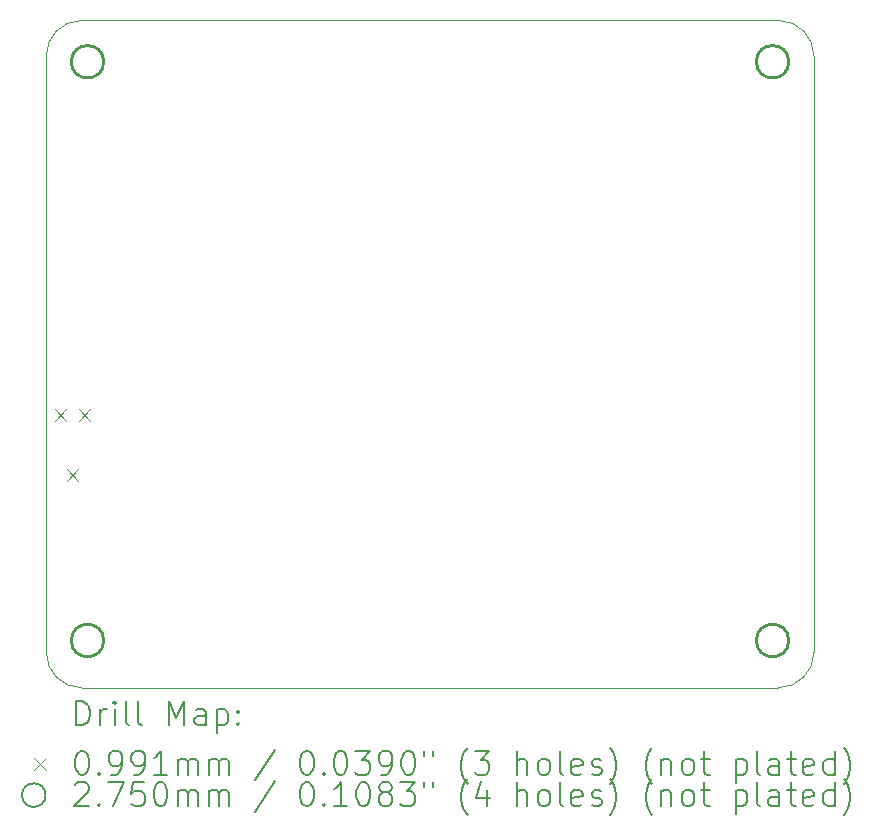
<source format=gbr>
%TF.GenerationSoftware,KiCad,Pcbnew,7.0.8*%
%TF.CreationDate,2023-10-22T00:53:55+03:00*%
%TF.ProjectId,ltp_kikad,6c74705f-6b69-46b6-9164-2e6b69636164,rev?*%
%TF.SameCoordinates,Original*%
%TF.FileFunction,Drillmap*%
%TF.FilePolarity,Positive*%
%FSLAX45Y45*%
G04 Gerber Fmt 4.5, Leading zero omitted, Abs format (unit mm)*
G04 Created by KiCad (PCBNEW 7.0.8) date 2023-10-22 00:53:55*
%MOMM*%
%LPD*%
G01*
G04 APERTURE LIST*
%ADD10C,0.100000*%
%ADD11C,0.200000*%
%ADD12C,0.099060*%
%ADD13C,0.275000*%
G04 APERTURE END LIST*
D10*
X18396680Y-7157220D02*
X18396680Y-5607220D01*
X18096680Y-10957220D02*
G75*
G03*
X18396680Y-10657220I0J300000D01*
G01*
X18396680Y-9057220D02*
X18396680Y-7157220D01*
X11896680Y-10657220D02*
G75*
G03*
X12196680Y-10957220I300000J0D01*
G01*
X18397020Y-10656360D02*
X18397020Y-9056360D01*
X18396680Y-5607220D02*
G75*
G03*
X18096680Y-5307220I-300000J0D01*
G01*
X12196680Y-5307220D02*
G75*
G03*
X11896680Y-5607220I0J-300000D01*
G01*
X18096680Y-5307220D02*
X12196680Y-5307220D01*
X18096680Y-10957220D02*
X12196680Y-10957220D01*
X11896680Y-10657220D02*
X11896680Y-5607220D01*
D11*
D12*
X11969170Y-8599470D02*
X12068230Y-8698530D01*
X12068230Y-8599470D02*
X11969170Y-8698530D01*
X12070770Y-9107470D02*
X12169830Y-9206530D01*
X12169830Y-9107470D02*
X12070770Y-9206530D01*
X12172370Y-8599470D02*
X12271430Y-8698530D01*
X12271430Y-8599470D02*
X12172370Y-8698530D01*
D13*
X12384180Y-5657220D02*
G75*
G03*
X12384180Y-5657220I-137500J0D01*
G01*
X12384180Y-10557220D02*
G75*
G03*
X12384180Y-10557220I-137500J0D01*
G01*
X18184180Y-5657220D02*
G75*
G03*
X18184180Y-5657220I-137500J0D01*
G01*
X18184180Y-10557220D02*
G75*
G03*
X18184180Y-10557220I-137500J0D01*
G01*
D11*
X12152457Y-11273704D02*
X12152457Y-11073704D01*
X12152457Y-11073704D02*
X12200076Y-11073704D01*
X12200076Y-11073704D02*
X12228647Y-11083228D01*
X12228647Y-11083228D02*
X12247695Y-11102275D01*
X12247695Y-11102275D02*
X12257219Y-11121323D01*
X12257219Y-11121323D02*
X12266742Y-11159418D01*
X12266742Y-11159418D02*
X12266742Y-11187989D01*
X12266742Y-11187989D02*
X12257219Y-11226085D01*
X12257219Y-11226085D02*
X12247695Y-11245132D01*
X12247695Y-11245132D02*
X12228647Y-11264180D01*
X12228647Y-11264180D02*
X12200076Y-11273704D01*
X12200076Y-11273704D02*
X12152457Y-11273704D01*
X12352457Y-11273704D02*
X12352457Y-11140370D01*
X12352457Y-11178466D02*
X12361981Y-11159418D01*
X12361981Y-11159418D02*
X12371504Y-11149894D01*
X12371504Y-11149894D02*
X12390552Y-11140370D01*
X12390552Y-11140370D02*
X12409600Y-11140370D01*
X12476266Y-11273704D02*
X12476266Y-11140370D01*
X12476266Y-11073704D02*
X12466742Y-11083228D01*
X12466742Y-11083228D02*
X12476266Y-11092751D01*
X12476266Y-11092751D02*
X12485790Y-11083228D01*
X12485790Y-11083228D02*
X12476266Y-11073704D01*
X12476266Y-11073704D02*
X12476266Y-11092751D01*
X12600076Y-11273704D02*
X12581028Y-11264180D01*
X12581028Y-11264180D02*
X12571504Y-11245132D01*
X12571504Y-11245132D02*
X12571504Y-11073704D01*
X12704838Y-11273704D02*
X12685790Y-11264180D01*
X12685790Y-11264180D02*
X12676266Y-11245132D01*
X12676266Y-11245132D02*
X12676266Y-11073704D01*
X12933409Y-11273704D02*
X12933409Y-11073704D01*
X12933409Y-11073704D02*
X13000076Y-11216561D01*
X13000076Y-11216561D02*
X13066742Y-11073704D01*
X13066742Y-11073704D02*
X13066742Y-11273704D01*
X13247695Y-11273704D02*
X13247695Y-11168942D01*
X13247695Y-11168942D02*
X13238171Y-11149894D01*
X13238171Y-11149894D02*
X13219123Y-11140370D01*
X13219123Y-11140370D02*
X13181028Y-11140370D01*
X13181028Y-11140370D02*
X13161981Y-11149894D01*
X13247695Y-11264180D02*
X13228647Y-11273704D01*
X13228647Y-11273704D02*
X13181028Y-11273704D01*
X13181028Y-11273704D02*
X13161981Y-11264180D01*
X13161981Y-11264180D02*
X13152457Y-11245132D01*
X13152457Y-11245132D02*
X13152457Y-11226085D01*
X13152457Y-11226085D02*
X13161981Y-11207037D01*
X13161981Y-11207037D02*
X13181028Y-11197513D01*
X13181028Y-11197513D02*
X13228647Y-11197513D01*
X13228647Y-11197513D02*
X13247695Y-11187989D01*
X13342933Y-11140370D02*
X13342933Y-11340370D01*
X13342933Y-11149894D02*
X13361981Y-11140370D01*
X13361981Y-11140370D02*
X13400076Y-11140370D01*
X13400076Y-11140370D02*
X13419123Y-11149894D01*
X13419123Y-11149894D02*
X13428647Y-11159418D01*
X13428647Y-11159418D02*
X13438171Y-11178466D01*
X13438171Y-11178466D02*
X13438171Y-11235608D01*
X13438171Y-11235608D02*
X13428647Y-11254656D01*
X13428647Y-11254656D02*
X13419123Y-11264180D01*
X13419123Y-11264180D02*
X13400076Y-11273704D01*
X13400076Y-11273704D02*
X13361981Y-11273704D01*
X13361981Y-11273704D02*
X13342933Y-11264180D01*
X13523885Y-11254656D02*
X13533409Y-11264180D01*
X13533409Y-11264180D02*
X13523885Y-11273704D01*
X13523885Y-11273704D02*
X13514362Y-11264180D01*
X13514362Y-11264180D02*
X13523885Y-11254656D01*
X13523885Y-11254656D02*
X13523885Y-11273704D01*
X13523885Y-11149894D02*
X13533409Y-11159418D01*
X13533409Y-11159418D02*
X13523885Y-11168942D01*
X13523885Y-11168942D02*
X13514362Y-11159418D01*
X13514362Y-11159418D02*
X13523885Y-11149894D01*
X13523885Y-11149894D02*
X13523885Y-11168942D01*
D12*
X11792620Y-11552690D02*
X11891680Y-11651750D01*
X11891680Y-11552690D02*
X11792620Y-11651750D01*
D11*
X12190552Y-11493704D02*
X12209600Y-11493704D01*
X12209600Y-11493704D02*
X12228647Y-11503228D01*
X12228647Y-11503228D02*
X12238171Y-11512751D01*
X12238171Y-11512751D02*
X12247695Y-11531799D01*
X12247695Y-11531799D02*
X12257219Y-11569894D01*
X12257219Y-11569894D02*
X12257219Y-11617513D01*
X12257219Y-11617513D02*
X12247695Y-11655608D01*
X12247695Y-11655608D02*
X12238171Y-11674656D01*
X12238171Y-11674656D02*
X12228647Y-11684180D01*
X12228647Y-11684180D02*
X12209600Y-11693704D01*
X12209600Y-11693704D02*
X12190552Y-11693704D01*
X12190552Y-11693704D02*
X12171504Y-11684180D01*
X12171504Y-11684180D02*
X12161981Y-11674656D01*
X12161981Y-11674656D02*
X12152457Y-11655608D01*
X12152457Y-11655608D02*
X12142933Y-11617513D01*
X12142933Y-11617513D02*
X12142933Y-11569894D01*
X12142933Y-11569894D02*
X12152457Y-11531799D01*
X12152457Y-11531799D02*
X12161981Y-11512751D01*
X12161981Y-11512751D02*
X12171504Y-11503228D01*
X12171504Y-11503228D02*
X12190552Y-11493704D01*
X12342933Y-11674656D02*
X12352457Y-11684180D01*
X12352457Y-11684180D02*
X12342933Y-11693704D01*
X12342933Y-11693704D02*
X12333409Y-11684180D01*
X12333409Y-11684180D02*
X12342933Y-11674656D01*
X12342933Y-11674656D02*
X12342933Y-11693704D01*
X12447695Y-11693704D02*
X12485790Y-11693704D01*
X12485790Y-11693704D02*
X12504838Y-11684180D01*
X12504838Y-11684180D02*
X12514362Y-11674656D01*
X12514362Y-11674656D02*
X12533409Y-11646085D01*
X12533409Y-11646085D02*
X12542933Y-11607989D01*
X12542933Y-11607989D02*
X12542933Y-11531799D01*
X12542933Y-11531799D02*
X12533409Y-11512751D01*
X12533409Y-11512751D02*
X12523885Y-11503228D01*
X12523885Y-11503228D02*
X12504838Y-11493704D01*
X12504838Y-11493704D02*
X12466742Y-11493704D01*
X12466742Y-11493704D02*
X12447695Y-11503228D01*
X12447695Y-11503228D02*
X12438171Y-11512751D01*
X12438171Y-11512751D02*
X12428647Y-11531799D01*
X12428647Y-11531799D02*
X12428647Y-11579418D01*
X12428647Y-11579418D02*
X12438171Y-11598466D01*
X12438171Y-11598466D02*
X12447695Y-11607989D01*
X12447695Y-11607989D02*
X12466742Y-11617513D01*
X12466742Y-11617513D02*
X12504838Y-11617513D01*
X12504838Y-11617513D02*
X12523885Y-11607989D01*
X12523885Y-11607989D02*
X12533409Y-11598466D01*
X12533409Y-11598466D02*
X12542933Y-11579418D01*
X12638171Y-11693704D02*
X12676266Y-11693704D01*
X12676266Y-11693704D02*
X12695314Y-11684180D01*
X12695314Y-11684180D02*
X12704838Y-11674656D01*
X12704838Y-11674656D02*
X12723885Y-11646085D01*
X12723885Y-11646085D02*
X12733409Y-11607989D01*
X12733409Y-11607989D02*
X12733409Y-11531799D01*
X12733409Y-11531799D02*
X12723885Y-11512751D01*
X12723885Y-11512751D02*
X12714362Y-11503228D01*
X12714362Y-11503228D02*
X12695314Y-11493704D01*
X12695314Y-11493704D02*
X12657219Y-11493704D01*
X12657219Y-11493704D02*
X12638171Y-11503228D01*
X12638171Y-11503228D02*
X12628647Y-11512751D01*
X12628647Y-11512751D02*
X12619123Y-11531799D01*
X12619123Y-11531799D02*
X12619123Y-11579418D01*
X12619123Y-11579418D02*
X12628647Y-11598466D01*
X12628647Y-11598466D02*
X12638171Y-11607989D01*
X12638171Y-11607989D02*
X12657219Y-11617513D01*
X12657219Y-11617513D02*
X12695314Y-11617513D01*
X12695314Y-11617513D02*
X12714362Y-11607989D01*
X12714362Y-11607989D02*
X12723885Y-11598466D01*
X12723885Y-11598466D02*
X12733409Y-11579418D01*
X12923885Y-11693704D02*
X12809600Y-11693704D01*
X12866742Y-11693704D02*
X12866742Y-11493704D01*
X12866742Y-11493704D02*
X12847695Y-11522275D01*
X12847695Y-11522275D02*
X12828647Y-11541323D01*
X12828647Y-11541323D02*
X12809600Y-11550847D01*
X13009600Y-11693704D02*
X13009600Y-11560370D01*
X13009600Y-11579418D02*
X13019123Y-11569894D01*
X13019123Y-11569894D02*
X13038171Y-11560370D01*
X13038171Y-11560370D02*
X13066743Y-11560370D01*
X13066743Y-11560370D02*
X13085790Y-11569894D01*
X13085790Y-11569894D02*
X13095314Y-11588942D01*
X13095314Y-11588942D02*
X13095314Y-11693704D01*
X13095314Y-11588942D02*
X13104838Y-11569894D01*
X13104838Y-11569894D02*
X13123885Y-11560370D01*
X13123885Y-11560370D02*
X13152457Y-11560370D01*
X13152457Y-11560370D02*
X13171504Y-11569894D01*
X13171504Y-11569894D02*
X13181028Y-11588942D01*
X13181028Y-11588942D02*
X13181028Y-11693704D01*
X13276266Y-11693704D02*
X13276266Y-11560370D01*
X13276266Y-11579418D02*
X13285790Y-11569894D01*
X13285790Y-11569894D02*
X13304838Y-11560370D01*
X13304838Y-11560370D02*
X13333409Y-11560370D01*
X13333409Y-11560370D02*
X13352457Y-11569894D01*
X13352457Y-11569894D02*
X13361981Y-11588942D01*
X13361981Y-11588942D02*
X13361981Y-11693704D01*
X13361981Y-11588942D02*
X13371504Y-11569894D01*
X13371504Y-11569894D02*
X13390552Y-11560370D01*
X13390552Y-11560370D02*
X13419123Y-11560370D01*
X13419123Y-11560370D02*
X13438171Y-11569894D01*
X13438171Y-11569894D02*
X13447695Y-11588942D01*
X13447695Y-11588942D02*
X13447695Y-11693704D01*
X13838171Y-11484180D02*
X13666743Y-11741323D01*
X14095314Y-11493704D02*
X14114362Y-11493704D01*
X14114362Y-11493704D02*
X14133409Y-11503228D01*
X14133409Y-11503228D02*
X14142933Y-11512751D01*
X14142933Y-11512751D02*
X14152457Y-11531799D01*
X14152457Y-11531799D02*
X14161981Y-11569894D01*
X14161981Y-11569894D02*
X14161981Y-11617513D01*
X14161981Y-11617513D02*
X14152457Y-11655608D01*
X14152457Y-11655608D02*
X14142933Y-11674656D01*
X14142933Y-11674656D02*
X14133409Y-11684180D01*
X14133409Y-11684180D02*
X14114362Y-11693704D01*
X14114362Y-11693704D02*
X14095314Y-11693704D01*
X14095314Y-11693704D02*
X14076266Y-11684180D01*
X14076266Y-11684180D02*
X14066743Y-11674656D01*
X14066743Y-11674656D02*
X14057219Y-11655608D01*
X14057219Y-11655608D02*
X14047695Y-11617513D01*
X14047695Y-11617513D02*
X14047695Y-11569894D01*
X14047695Y-11569894D02*
X14057219Y-11531799D01*
X14057219Y-11531799D02*
X14066743Y-11512751D01*
X14066743Y-11512751D02*
X14076266Y-11503228D01*
X14076266Y-11503228D02*
X14095314Y-11493704D01*
X14247695Y-11674656D02*
X14257219Y-11684180D01*
X14257219Y-11684180D02*
X14247695Y-11693704D01*
X14247695Y-11693704D02*
X14238171Y-11684180D01*
X14238171Y-11684180D02*
X14247695Y-11674656D01*
X14247695Y-11674656D02*
X14247695Y-11693704D01*
X14381028Y-11493704D02*
X14400076Y-11493704D01*
X14400076Y-11493704D02*
X14419124Y-11503228D01*
X14419124Y-11503228D02*
X14428647Y-11512751D01*
X14428647Y-11512751D02*
X14438171Y-11531799D01*
X14438171Y-11531799D02*
X14447695Y-11569894D01*
X14447695Y-11569894D02*
X14447695Y-11617513D01*
X14447695Y-11617513D02*
X14438171Y-11655608D01*
X14438171Y-11655608D02*
X14428647Y-11674656D01*
X14428647Y-11674656D02*
X14419124Y-11684180D01*
X14419124Y-11684180D02*
X14400076Y-11693704D01*
X14400076Y-11693704D02*
X14381028Y-11693704D01*
X14381028Y-11693704D02*
X14361981Y-11684180D01*
X14361981Y-11684180D02*
X14352457Y-11674656D01*
X14352457Y-11674656D02*
X14342933Y-11655608D01*
X14342933Y-11655608D02*
X14333409Y-11617513D01*
X14333409Y-11617513D02*
X14333409Y-11569894D01*
X14333409Y-11569894D02*
X14342933Y-11531799D01*
X14342933Y-11531799D02*
X14352457Y-11512751D01*
X14352457Y-11512751D02*
X14361981Y-11503228D01*
X14361981Y-11503228D02*
X14381028Y-11493704D01*
X14514362Y-11493704D02*
X14638171Y-11493704D01*
X14638171Y-11493704D02*
X14571505Y-11569894D01*
X14571505Y-11569894D02*
X14600076Y-11569894D01*
X14600076Y-11569894D02*
X14619124Y-11579418D01*
X14619124Y-11579418D02*
X14628647Y-11588942D01*
X14628647Y-11588942D02*
X14638171Y-11607989D01*
X14638171Y-11607989D02*
X14638171Y-11655608D01*
X14638171Y-11655608D02*
X14628647Y-11674656D01*
X14628647Y-11674656D02*
X14619124Y-11684180D01*
X14619124Y-11684180D02*
X14600076Y-11693704D01*
X14600076Y-11693704D02*
X14542933Y-11693704D01*
X14542933Y-11693704D02*
X14523886Y-11684180D01*
X14523886Y-11684180D02*
X14514362Y-11674656D01*
X14733409Y-11693704D02*
X14771505Y-11693704D01*
X14771505Y-11693704D02*
X14790552Y-11684180D01*
X14790552Y-11684180D02*
X14800076Y-11674656D01*
X14800076Y-11674656D02*
X14819124Y-11646085D01*
X14819124Y-11646085D02*
X14828647Y-11607989D01*
X14828647Y-11607989D02*
X14828647Y-11531799D01*
X14828647Y-11531799D02*
X14819124Y-11512751D01*
X14819124Y-11512751D02*
X14809600Y-11503228D01*
X14809600Y-11503228D02*
X14790552Y-11493704D01*
X14790552Y-11493704D02*
X14752457Y-11493704D01*
X14752457Y-11493704D02*
X14733409Y-11503228D01*
X14733409Y-11503228D02*
X14723886Y-11512751D01*
X14723886Y-11512751D02*
X14714362Y-11531799D01*
X14714362Y-11531799D02*
X14714362Y-11579418D01*
X14714362Y-11579418D02*
X14723886Y-11598466D01*
X14723886Y-11598466D02*
X14733409Y-11607989D01*
X14733409Y-11607989D02*
X14752457Y-11617513D01*
X14752457Y-11617513D02*
X14790552Y-11617513D01*
X14790552Y-11617513D02*
X14809600Y-11607989D01*
X14809600Y-11607989D02*
X14819124Y-11598466D01*
X14819124Y-11598466D02*
X14828647Y-11579418D01*
X14952457Y-11493704D02*
X14971505Y-11493704D01*
X14971505Y-11493704D02*
X14990552Y-11503228D01*
X14990552Y-11503228D02*
X15000076Y-11512751D01*
X15000076Y-11512751D02*
X15009600Y-11531799D01*
X15009600Y-11531799D02*
X15019124Y-11569894D01*
X15019124Y-11569894D02*
X15019124Y-11617513D01*
X15019124Y-11617513D02*
X15009600Y-11655608D01*
X15009600Y-11655608D02*
X15000076Y-11674656D01*
X15000076Y-11674656D02*
X14990552Y-11684180D01*
X14990552Y-11684180D02*
X14971505Y-11693704D01*
X14971505Y-11693704D02*
X14952457Y-11693704D01*
X14952457Y-11693704D02*
X14933409Y-11684180D01*
X14933409Y-11684180D02*
X14923886Y-11674656D01*
X14923886Y-11674656D02*
X14914362Y-11655608D01*
X14914362Y-11655608D02*
X14904838Y-11617513D01*
X14904838Y-11617513D02*
X14904838Y-11569894D01*
X14904838Y-11569894D02*
X14914362Y-11531799D01*
X14914362Y-11531799D02*
X14923886Y-11512751D01*
X14923886Y-11512751D02*
X14933409Y-11503228D01*
X14933409Y-11503228D02*
X14952457Y-11493704D01*
X15095314Y-11493704D02*
X15095314Y-11531799D01*
X15171505Y-11493704D02*
X15171505Y-11531799D01*
X15466743Y-11769894D02*
X15457219Y-11760370D01*
X15457219Y-11760370D02*
X15438171Y-11731799D01*
X15438171Y-11731799D02*
X15428648Y-11712751D01*
X15428648Y-11712751D02*
X15419124Y-11684180D01*
X15419124Y-11684180D02*
X15409600Y-11636561D01*
X15409600Y-11636561D02*
X15409600Y-11598466D01*
X15409600Y-11598466D02*
X15419124Y-11550847D01*
X15419124Y-11550847D02*
X15428648Y-11522275D01*
X15428648Y-11522275D02*
X15438171Y-11503228D01*
X15438171Y-11503228D02*
X15457219Y-11474656D01*
X15457219Y-11474656D02*
X15466743Y-11465132D01*
X15523886Y-11493704D02*
X15647695Y-11493704D01*
X15647695Y-11493704D02*
X15581028Y-11569894D01*
X15581028Y-11569894D02*
X15609600Y-11569894D01*
X15609600Y-11569894D02*
X15628648Y-11579418D01*
X15628648Y-11579418D02*
X15638171Y-11588942D01*
X15638171Y-11588942D02*
X15647695Y-11607989D01*
X15647695Y-11607989D02*
X15647695Y-11655608D01*
X15647695Y-11655608D02*
X15638171Y-11674656D01*
X15638171Y-11674656D02*
X15628648Y-11684180D01*
X15628648Y-11684180D02*
X15609600Y-11693704D01*
X15609600Y-11693704D02*
X15552457Y-11693704D01*
X15552457Y-11693704D02*
X15533409Y-11684180D01*
X15533409Y-11684180D02*
X15523886Y-11674656D01*
X15885790Y-11693704D02*
X15885790Y-11493704D01*
X15971505Y-11693704D02*
X15971505Y-11588942D01*
X15971505Y-11588942D02*
X15961981Y-11569894D01*
X15961981Y-11569894D02*
X15942933Y-11560370D01*
X15942933Y-11560370D02*
X15914362Y-11560370D01*
X15914362Y-11560370D02*
X15895314Y-11569894D01*
X15895314Y-11569894D02*
X15885790Y-11579418D01*
X16095314Y-11693704D02*
X16076267Y-11684180D01*
X16076267Y-11684180D02*
X16066743Y-11674656D01*
X16066743Y-11674656D02*
X16057219Y-11655608D01*
X16057219Y-11655608D02*
X16057219Y-11598466D01*
X16057219Y-11598466D02*
X16066743Y-11579418D01*
X16066743Y-11579418D02*
X16076267Y-11569894D01*
X16076267Y-11569894D02*
X16095314Y-11560370D01*
X16095314Y-11560370D02*
X16123886Y-11560370D01*
X16123886Y-11560370D02*
X16142933Y-11569894D01*
X16142933Y-11569894D02*
X16152457Y-11579418D01*
X16152457Y-11579418D02*
X16161981Y-11598466D01*
X16161981Y-11598466D02*
X16161981Y-11655608D01*
X16161981Y-11655608D02*
X16152457Y-11674656D01*
X16152457Y-11674656D02*
X16142933Y-11684180D01*
X16142933Y-11684180D02*
X16123886Y-11693704D01*
X16123886Y-11693704D02*
X16095314Y-11693704D01*
X16276267Y-11693704D02*
X16257219Y-11684180D01*
X16257219Y-11684180D02*
X16247695Y-11665132D01*
X16247695Y-11665132D02*
X16247695Y-11493704D01*
X16428648Y-11684180D02*
X16409600Y-11693704D01*
X16409600Y-11693704D02*
X16371505Y-11693704D01*
X16371505Y-11693704D02*
X16352457Y-11684180D01*
X16352457Y-11684180D02*
X16342933Y-11665132D01*
X16342933Y-11665132D02*
X16342933Y-11588942D01*
X16342933Y-11588942D02*
X16352457Y-11569894D01*
X16352457Y-11569894D02*
X16371505Y-11560370D01*
X16371505Y-11560370D02*
X16409600Y-11560370D01*
X16409600Y-11560370D02*
X16428648Y-11569894D01*
X16428648Y-11569894D02*
X16438171Y-11588942D01*
X16438171Y-11588942D02*
X16438171Y-11607989D01*
X16438171Y-11607989D02*
X16342933Y-11627037D01*
X16514362Y-11684180D02*
X16533410Y-11693704D01*
X16533410Y-11693704D02*
X16571505Y-11693704D01*
X16571505Y-11693704D02*
X16590552Y-11684180D01*
X16590552Y-11684180D02*
X16600076Y-11665132D01*
X16600076Y-11665132D02*
X16600076Y-11655608D01*
X16600076Y-11655608D02*
X16590552Y-11636561D01*
X16590552Y-11636561D02*
X16571505Y-11627037D01*
X16571505Y-11627037D02*
X16542933Y-11627037D01*
X16542933Y-11627037D02*
X16523886Y-11617513D01*
X16523886Y-11617513D02*
X16514362Y-11598466D01*
X16514362Y-11598466D02*
X16514362Y-11588942D01*
X16514362Y-11588942D02*
X16523886Y-11569894D01*
X16523886Y-11569894D02*
X16542933Y-11560370D01*
X16542933Y-11560370D02*
X16571505Y-11560370D01*
X16571505Y-11560370D02*
X16590552Y-11569894D01*
X16666743Y-11769894D02*
X16676267Y-11760370D01*
X16676267Y-11760370D02*
X16695314Y-11731799D01*
X16695314Y-11731799D02*
X16704838Y-11712751D01*
X16704838Y-11712751D02*
X16714362Y-11684180D01*
X16714362Y-11684180D02*
X16723886Y-11636561D01*
X16723886Y-11636561D02*
X16723886Y-11598466D01*
X16723886Y-11598466D02*
X16714362Y-11550847D01*
X16714362Y-11550847D02*
X16704838Y-11522275D01*
X16704838Y-11522275D02*
X16695314Y-11503228D01*
X16695314Y-11503228D02*
X16676267Y-11474656D01*
X16676267Y-11474656D02*
X16666743Y-11465132D01*
X17028648Y-11769894D02*
X17019124Y-11760370D01*
X17019124Y-11760370D02*
X17000076Y-11731799D01*
X17000076Y-11731799D02*
X16990553Y-11712751D01*
X16990553Y-11712751D02*
X16981029Y-11684180D01*
X16981029Y-11684180D02*
X16971505Y-11636561D01*
X16971505Y-11636561D02*
X16971505Y-11598466D01*
X16971505Y-11598466D02*
X16981029Y-11550847D01*
X16981029Y-11550847D02*
X16990553Y-11522275D01*
X16990553Y-11522275D02*
X17000076Y-11503228D01*
X17000076Y-11503228D02*
X17019124Y-11474656D01*
X17019124Y-11474656D02*
X17028648Y-11465132D01*
X17104838Y-11560370D02*
X17104838Y-11693704D01*
X17104838Y-11579418D02*
X17114362Y-11569894D01*
X17114362Y-11569894D02*
X17133410Y-11560370D01*
X17133410Y-11560370D02*
X17161981Y-11560370D01*
X17161981Y-11560370D02*
X17181029Y-11569894D01*
X17181029Y-11569894D02*
X17190553Y-11588942D01*
X17190553Y-11588942D02*
X17190553Y-11693704D01*
X17314362Y-11693704D02*
X17295314Y-11684180D01*
X17295314Y-11684180D02*
X17285791Y-11674656D01*
X17285791Y-11674656D02*
X17276267Y-11655608D01*
X17276267Y-11655608D02*
X17276267Y-11598466D01*
X17276267Y-11598466D02*
X17285791Y-11579418D01*
X17285791Y-11579418D02*
X17295314Y-11569894D01*
X17295314Y-11569894D02*
X17314362Y-11560370D01*
X17314362Y-11560370D02*
X17342934Y-11560370D01*
X17342934Y-11560370D02*
X17361981Y-11569894D01*
X17361981Y-11569894D02*
X17371505Y-11579418D01*
X17371505Y-11579418D02*
X17381029Y-11598466D01*
X17381029Y-11598466D02*
X17381029Y-11655608D01*
X17381029Y-11655608D02*
X17371505Y-11674656D01*
X17371505Y-11674656D02*
X17361981Y-11684180D01*
X17361981Y-11684180D02*
X17342934Y-11693704D01*
X17342934Y-11693704D02*
X17314362Y-11693704D01*
X17438172Y-11560370D02*
X17514362Y-11560370D01*
X17466743Y-11493704D02*
X17466743Y-11665132D01*
X17466743Y-11665132D02*
X17476267Y-11684180D01*
X17476267Y-11684180D02*
X17495314Y-11693704D01*
X17495314Y-11693704D02*
X17514362Y-11693704D01*
X17733410Y-11560370D02*
X17733410Y-11760370D01*
X17733410Y-11569894D02*
X17752457Y-11560370D01*
X17752457Y-11560370D02*
X17790553Y-11560370D01*
X17790553Y-11560370D02*
X17809600Y-11569894D01*
X17809600Y-11569894D02*
X17819124Y-11579418D01*
X17819124Y-11579418D02*
X17828648Y-11598466D01*
X17828648Y-11598466D02*
X17828648Y-11655608D01*
X17828648Y-11655608D02*
X17819124Y-11674656D01*
X17819124Y-11674656D02*
X17809600Y-11684180D01*
X17809600Y-11684180D02*
X17790553Y-11693704D01*
X17790553Y-11693704D02*
X17752457Y-11693704D01*
X17752457Y-11693704D02*
X17733410Y-11684180D01*
X17942934Y-11693704D02*
X17923886Y-11684180D01*
X17923886Y-11684180D02*
X17914362Y-11665132D01*
X17914362Y-11665132D02*
X17914362Y-11493704D01*
X18104838Y-11693704D02*
X18104838Y-11588942D01*
X18104838Y-11588942D02*
X18095315Y-11569894D01*
X18095315Y-11569894D02*
X18076267Y-11560370D01*
X18076267Y-11560370D02*
X18038172Y-11560370D01*
X18038172Y-11560370D02*
X18019124Y-11569894D01*
X18104838Y-11684180D02*
X18085791Y-11693704D01*
X18085791Y-11693704D02*
X18038172Y-11693704D01*
X18038172Y-11693704D02*
X18019124Y-11684180D01*
X18019124Y-11684180D02*
X18009600Y-11665132D01*
X18009600Y-11665132D02*
X18009600Y-11646085D01*
X18009600Y-11646085D02*
X18019124Y-11627037D01*
X18019124Y-11627037D02*
X18038172Y-11617513D01*
X18038172Y-11617513D02*
X18085791Y-11617513D01*
X18085791Y-11617513D02*
X18104838Y-11607989D01*
X18171505Y-11560370D02*
X18247695Y-11560370D01*
X18200076Y-11493704D02*
X18200076Y-11665132D01*
X18200076Y-11665132D02*
X18209600Y-11684180D01*
X18209600Y-11684180D02*
X18228648Y-11693704D01*
X18228648Y-11693704D02*
X18247695Y-11693704D01*
X18390553Y-11684180D02*
X18371505Y-11693704D01*
X18371505Y-11693704D02*
X18333410Y-11693704D01*
X18333410Y-11693704D02*
X18314362Y-11684180D01*
X18314362Y-11684180D02*
X18304838Y-11665132D01*
X18304838Y-11665132D02*
X18304838Y-11588942D01*
X18304838Y-11588942D02*
X18314362Y-11569894D01*
X18314362Y-11569894D02*
X18333410Y-11560370D01*
X18333410Y-11560370D02*
X18371505Y-11560370D01*
X18371505Y-11560370D02*
X18390553Y-11569894D01*
X18390553Y-11569894D02*
X18400076Y-11588942D01*
X18400076Y-11588942D02*
X18400076Y-11607989D01*
X18400076Y-11607989D02*
X18304838Y-11627037D01*
X18571505Y-11693704D02*
X18571505Y-11493704D01*
X18571505Y-11684180D02*
X18552457Y-11693704D01*
X18552457Y-11693704D02*
X18514362Y-11693704D01*
X18514362Y-11693704D02*
X18495315Y-11684180D01*
X18495315Y-11684180D02*
X18485791Y-11674656D01*
X18485791Y-11674656D02*
X18476267Y-11655608D01*
X18476267Y-11655608D02*
X18476267Y-11598466D01*
X18476267Y-11598466D02*
X18485791Y-11579418D01*
X18485791Y-11579418D02*
X18495315Y-11569894D01*
X18495315Y-11569894D02*
X18514362Y-11560370D01*
X18514362Y-11560370D02*
X18552457Y-11560370D01*
X18552457Y-11560370D02*
X18571505Y-11569894D01*
X18647696Y-11769894D02*
X18657219Y-11760370D01*
X18657219Y-11760370D02*
X18676267Y-11731799D01*
X18676267Y-11731799D02*
X18685791Y-11712751D01*
X18685791Y-11712751D02*
X18695315Y-11684180D01*
X18695315Y-11684180D02*
X18704838Y-11636561D01*
X18704838Y-11636561D02*
X18704838Y-11598466D01*
X18704838Y-11598466D02*
X18695315Y-11550847D01*
X18695315Y-11550847D02*
X18685791Y-11522275D01*
X18685791Y-11522275D02*
X18676267Y-11503228D01*
X18676267Y-11503228D02*
X18657219Y-11474656D01*
X18657219Y-11474656D02*
X18647696Y-11465132D01*
X11891680Y-11866220D02*
G75*
G03*
X11891680Y-11866220I-100000J0D01*
G01*
X12142933Y-11776751D02*
X12152457Y-11767228D01*
X12152457Y-11767228D02*
X12171504Y-11757704D01*
X12171504Y-11757704D02*
X12219123Y-11757704D01*
X12219123Y-11757704D02*
X12238171Y-11767228D01*
X12238171Y-11767228D02*
X12247695Y-11776751D01*
X12247695Y-11776751D02*
X12257219Y-11795799D01*
X12257219Y-11795799D02*
X12257219Y-11814847D01*
X12257219Y-11814847D02*
X12247695Y-11843418D01*
X12247695Y-11843418D02*
X12133409Y-11957704D01*
X12133409Y-11957704D02*
X12257219Y-11957704D01*
X12342933Y-11938656D02*
X12352457Y-11948180D01*
X12352457Y-11948180D02*
X12342933Y-11957704D01*
X12342933Y-11957704D02*
X12333409Y-11948180D01*
X12333409Y-11948180D02*
X12342933Y-11938656D01*
X12342933Y-11938656D02*
X12342933Y-11957704D01*
X12419123Y-11757704D02*
X12552457Y-11757704D01*
X12552457Y-11757704D02*
X12466742Y-11957704D01*
X12723885Y-11757704D02*
X12628647Y-11757704D01*
X12628647Y-11757704D02*
X12619123Y-11852942D01*
X12619123Y-11852942D02*
X12628647Y-11843418D01*
X12628647Y-11843418D02*
X12647695Y-11833894D01*
X12647695Y-11833894D02*
X12695314Y-11833894D01*
X12695314Y-11833894D02*
X12714362Y-11843418D01*
X12714362Y-11843418D02*
X12723885Y-11852942D01*
X12723885Y-11852942D02*
X12733409Y-11871989D01*
X12733409Y-11871989D02*
X12733409Y-11919608D01*
X12733409Y-11919608D02*
X12723885Y-11938656D01*
X12723885Y-11938656D02*
X12714362Y-11948180D01*
X12714362Y-11948180D02*
X12695314Y-11957704D01*
X12695314Y-11957704D02*
X12647695Y-11957704D01*
X12647695Y-11957704D02*
X12628647Y-11948180D01*
X12628647Y-11948180D02*
X12619123Y-11938656D01*
X12857219Y-11757704D02*
X12876266Y-11757704D01*
X12876266Y-11757704D02*
X12895314Y-11767228D01*
X12895314Y-11767228D02*
X12904838Y-11776751D01*
X12904838Y-11776751D02*
X12914362Y-11795799D01*
X12914362Y-11795799D02*
X12923885Y-11833894D01*
X12923885Y-11833894D02*
X12923885Y-11881513D01*
X12923885Y-11881513D02*
X12914362Y-11919608D01*
X12914362Y-11919608D02*
X12904838Y-11938656D01*
X12904838Y-11938656D02*
X12895314Y-11948180D01*
X12895314Y-11948180D02*
X12876266Y-11957704D01*
X12876266Y-11957704D02*
X12857219Y-11957704D01*
X12857219Y-11957704D02*
X12838171Y-11948180D01*
X12838171Y-11948180D02*
X12828647Y-11938656D01*
X12828647Y-11938656D02*
X12819123Y-11919608D01*
X12819123Y-11919608D02*
X12809600Y-11881513D01*
X12809600Y-11881513D02*
X12809600Y-11833894D01*
X12809600Y-11833894D02*
X12819123Y-11795799D01*
X12819123Y-11795799D02*
X12828647Y-11776751D01*
X12828647Y-11776751D02*
X12838171Y-11767228D01*
X12838171Y-11767228D02*
X12857219Y-11757704D01*
X13009600Y-11957704D02*
X13009600Y-11824370D01*
X13009600Y-11843418D02*
X13019123Y-11833894D01*
X13019123Y-11833894D02*
X13038171Y-11824370D01*
X13038171Y-11824370D02*
X13066743Y-11824370D01*
X13066743Y-11824370D02*
X13085790Y-11833894D01*
X13085790Y-11833894D02*
X13095314Y-11852942D01*
X13095314Y-11852942D02*
X13095314Y-11957704D01*
X13095314Y-11852942D02*
X13104838Y-11833894D01*
X13104838Y-11833894D02*
X13123885Y-11824370D01*
X13123885Y-11824370D02*
X13152457Y-11824370D01*
X13152457Y-11824370D02*
X13171504Y-11833894D01*
X13171504Y-11833894D02*
X13181028Y-11852942D01*
X13181028Y-11852942D02*
X13181028Y-11957704D01*
X13276266Y-11957704D02*
X13276266Y-11824370D01*
X13276266Y-11843418D02*
X13285790Y-11833894D01*
X13285790Y-11833894D02*
X13304838Y-11824370D01*
X13304838Y-11824370D02*
X13333409Y-11824370D01*
X13333409Y-11824370D02*
X13352457Y-11833894D01*
X13352457Y-11833894D02*
X13361981Y-11852942D01*
X13361981Y-11852942D02*
X13361981Y-11957704D01*
X13361981Y-11852942D02*
X13371504Y-11833894D01*
X13371504Y-11833894D02*
X13390552Y-11824370D01*
X13390552Y-11824370D02*
X13419123Y-11824370D01*
X13419123Y-11824370D02*
X13438171Y-11833894D01*
X13438171Y-11833894D02*
X13447695Y-11852942D01*
X13447695Y-11852942D02*
X13447695Y-11957704D01*
X13838171Y-11748180D02*
X13666743Y-12005323D01*
X14095314Y-11757704D02*
X14114362Y-11757704D01*
X14114362Y-11757704D02*
X14133409Y-11767228D01*
X14133409Y-11767228D02*
X14142933Y-11776751D01*
X14142933Y-11776751D02*
X14152457Y-11795799D01*
X14152457Y-11795799D02*
X14161981Y-11833894D01*
X14161981Y-11833894D02*
X14161981Y-11881513D01*
X14161981Y-11881513D02*
X14152457Y-11919608D01*
X14152457Y-11919608D02*
X14142933Y-11938656D01*
X14142933Y-11938656D02*
X14133409Y-11948180D01*
X14133409Y-11948180D02*
X14114362Y-11957704D01*
X14114362Y-11957704D02*
X14095314Y-11957704D01*
X14095314Y-11957704D02*
X14076266Y-11948180D01*
X14076266Y-11948180D02*
X14066743Y-11938656D01*
X14066743Y-11938656D02*
X14057219Y-11919608D01*
X14057219Y-11919608D02*
X14047695Y-11881513D01*
X14047695Y-11881513D02*
X14047695Y-11833894D01*
X14047695Y-11833894D02*
X14057219Y-11795799D01*
X14057219Y-11795799D02*
X14066743Y-11776751D01*
X14066743Y-11776751D02*
X14076266Y-11767228D01*
X14076266Y-11767228D02*
X14095314Y-11757704D01*
X14247695Y-11938656D02*
X14257219Y-11948180D01*
X14257219Y-11948180D02*
X14247695Y-11957704D01*
X14247695Y-11957704D02*
X14238171Y-11948180D01*
X14238171Y-11948180D02*
X14247695Y-11938656D01*
X14247695Y-11938656D02*
X14247695Y-11957704D01*
X14447695Y-11957704D02*
X14333409Y-11957704D01*
X14390552Y-11957704D02*
X14390552Y-11757704D01*
X14390552Y-11757704D02*
X14371505Y-11786275D01*
X14371505Y-11786275D02*
X14352457Y-11805323D01*
X14352457Y-11805323D02*
X14333409Y-11814847D01*
X14571505Y-11757704D02*
X14590552Y-11757704D01*
X14590552Y-11757704D02*
X14609600Y-11767228D01*
X14609600Y-11767228D02*
X14619124Y-11776751D01*
X14619124Y-11776751D02*
X14628647Y-11795799D01*
X14628647Y-11795799D02*
X14638171Y-11833894D01*
X14638171Y-11833894D02*
X14638171Y-11881513D01*
X14638171Y-11881513D02*
X14628647Y-11919608D01*
X14628647Y-11919608D02*
X14619124Y-11938656D01*
X14619124Y-11938656D02*
X14609600Y-11948180D01*
X14609600Y-11948180D02*
X14590552Y-11957704D01*
X14590552Y-11957704D02*
X14571505Y-11957704D01*
X14571505Y-11957704D02*
X14552457Y-11948180D01*
X14552457Y-11948180D02*
X14542933Y-11938656D01*
X14542933Y-11938656D02*
X14533409Y-11919608D01*
X14533409Y-11919608D02*
X14523886Y-11881513D01*
X14523886Y-11881513D02*
X14523886Y-11833894D01*
X14523886Y-11833894D02*
X14533409Y-11795799D01*
X14533409Y-11795799D02*
X14542933Y-11776751D01*
X14542933Y-11776751D02*
X14552457Y-11767228D01*
X14552457Y-11767228D02*
X14571505Y-11757704D01*
X14752457Y-11843418D02*
X14733409Y-11833894D01*
X14733409Y-11833894D02*
X14723886Y-11824370D01*
X14723886Y-11824370D02*
X14714362Y-11805323D01*
X14714362Y-11805323D02*
X14714362Y-11795799D01*
X14714362Y-11795799D02*
X14723886Y-11776751D01*
X14723886Y-11776751D02*
X14733409Y-11767228D01*
X14733409Y-11767228D02*
X14752457Y-11757704D01*
X14752457Y-11757704D02*
X14790552Y-11757704D01*
X14790552Y-11757704D02*
X14809600Y-11767228D01*
X14809600Y-11767228D02*
X14819124Y-11776751D01*
X14819124Y-11776751D02*
X14828647Y-11795799D01*
X14828647Y-11795799D02*
X14828647Y-11805323D01*
X14828647Y-11805323D02*
X14819124Y-11824370D01*
X14819124Y-11824370D02*
X14809600Y-11833894D01*
X14809600Y-11833894D02*
X14790552Y-11843418D01*
X14790552Y-11843418D02*
X14752457Y-11843418D01*
X14752457Y-11843418D02*
X14733409Y-11852942D01*
X14733409Y-11852942D02*
X14723886Y-11862466D01*
X14723886Y-11862466D02*
X14714362Y-11881513D01*
X14714362Y-11881513D02*
X14714362Y-11919608D01*
X14714362Y-11919608D02*
X14723886Y-11938656D01*
X14723886Y-11938656D02*
X14733409Y-11948180D01*
X14733409Y-11948180D02*
X14752457Y-11957704D01*
X14752457Y-11957704D02*
X14790552Y-11957704D01*
X14790552Y-11957704D02*
X14809600Y-11948180D01*
X14809600Y-11948180D02*
X14819124Y-11938656D01*
X14819124Y-11938656D02*
X14828647Y-11919608D01*
X14828647Y-11919608D02*
X14828647Y-11881513D01*
X14828647Y-11881513D02*
X14819124Y-11862466D01*
X14819124Y-11862466D02*
X14809600Y-11852942D01*
X14809600Y-11852942D02*
X14790552Y-11843418D01*
X14895314Y-11757704D02*
X15019124Y-11757704D01*
X15019124Y-11757704D02*
X14952457Y-11833894D01*
X14952457Y-11833894D02*
X14981028Y-11833894D01*
X14981028Y-11833894D02*
X15000076Y-11843418D01*
X15000076Y-11843418D02*
X15009600Y-11852942D01*
X15009600Y-11852942D02*
X15019124Y-11871989D01*
X15019124Y-11871989D02*
X15019124Y-11919608D01*
X15019124Y-11919608D02*
X15009600Y-11938656D01*
X15009600Y-11938656D02*
X15000076Y-11948180D01*
X15000076Y-11948180D02*
X14981028Y-11957704D01*
X14981028Y-11957704D02*
X14923886Y-11957704D01*
X14923886Y-11957704D02*
X14904838Y-11948180D01*
X14904838Y-11948180D02*
X14895314Y-11938656D01*
X15095314Y-11757704D02*
X15095314Y-11795799D01*
X15171505Y-11757704D02*
X15171505Y-11795799D01*
X15466743Y-12033894D02*
X15457219Y-12024370D01*
X15457219Y-12024370D02*
X15438171Y-11995799D01*
X15438171Y-11995799D02*
X15428648Y-11976751D01*
X15428648Y-11976751D02*
X15419124Y-11948180D01*
X15419124Y-11948180D02*
X15409600Y-11900561D01*
X15409600Y-11900561D02*
X15409600Y-11862466D01*
X15409600Y-11862466D02*
X15419124Y-11814847D01*
X15419124Y-11814847D02*
X15428648Y-11786275D01*
X15428648Y-11786275D02*
X15438171Y-11767228D01*
X15438171Y-11767228D02*
X15457219Y-11738656D01*
X15457219Y-11738656D02*
X15466743Y-11729132D01*
X15628648Y-11824370D02*
X15628648Y-11957704D01*
X15581028Y-11748180D02*
X15533409Y-11891037D01*
X15533409Y-11891037D02*
X15657219Y-11891037D01*
X15885790Y-11957704D02*
X15885790Y-11757704D01*
X15971505Y-11957704D02*
X15971505Y-11852942D01*
X15971505Y-11852942D02*
X15961981Y-11833894D01*
X15961981Y-11833894D02*
X15942933Y-11824370D01*
X15942933Y-11824370D02*
X15914362Y-11824370D01*
X15914362Y-11824370D02*
X15895314Y-11833894D01*
X15895314Y-11833894D02*
X15885790Y-11843418D01*
X16095314Y-11957704D02*
X16076267Y-11948180D01*
X16076267Y-11948180D02*
X16066743Y-11938656D01*
X16066743Y-11938656D02*
X16057219Y-11919608D01*
X16057219Y-11919608D02*
X16057219Y-11862466D01*
X16057219Y-11862466D02*
X16066743Y-11843418D01*
X16066743Y-11843418D02*
X16076267Y-11833894D01*
X16076267Y-11833894D02*
X16095314Y-11824370D01*
X16095314Y-11824370D02*
X16123886Y-11824370D01*
X16123886Y-11824370D02*
X16142933Y-11833894D01*
X16142933Y-11833894D02*
X16152457Y-11843418D01*
X16152457Y-11843418D02*
X16161981Y-11862466D01*
X16161981Y-11862466D02*
X16161981Y-11919608D01*
X16161981Y-11919608D02*
X16152457Y-11938656D01*
X16152457Y-11938656D02*
X16142933Y-11948180D01*
X16142933Y-11948180D02*
X16123886Y-11957704D01*
X16123886Y-11957704D02*
X16095314Y-11957704D01*
X16276267Y-11957704D02*
X16257219Y-11948180D01*
X16257219Y-11948180D02*
X16247695Y-11929132D01*
X16247695Y-11929132D02*
X16247695Y-11757704D01*
X16428648Y-11948180D02*
X16409600Y-11957704D01*
X16409600Y-11957704D02*
X16371505Y-11957704D01*
X16371505Y-11957704D02*
X16352457Y-11948180D01*
X16352457Y-11948180D02*
X16342933Y-11929132D01*
X16342933Y-11929132D02*
X16342933Y-11852942D01*
X16342933Y-11852942D02*
X16352457Y-11833894D01*
X16352457Y-11833894D02*
X16371505Y-11824370D01*
X16371505Y-11824370D02*
X16409600Y-11824370D01*
X16409600Y-11824370D02*
X16428648Y-11833894D01*
X16428648Y-11833894D02*
X16438171Y-11852942D01*
X16438171Y-11852942D02*
X16438171Y-11871989D01*
X16438171Y-11871989D02*
X16342933Y-11891037D01*
X16514362Y-11948180D02*
X16533410Y-11957704D01*
X16533410Y-11957704D02*
X16571505Y-11957704D01*
X16571505Y-11957704D02*
X16590552Y-11948180D01*
X16590552Y-11948180D02*
X16600076Y-11929132D01*
X16600076Y-11929132D02*
X16600076Y-11919608D01*
X16600076Y-11919608D02*
X16590552Y-11900561D01*
X16590552Y-11900561D02*
X16571505Y-11891037D01*
X16571505Y-11891037D02*
X16542933Y-11891037D01*
X16542933Y-11891037D02*
X16523886Y-11881513D01*
X16523886Y-11881513D02*
X16514362Y-11862466D01*
X16514362Y-11862466D02*
X16514362Y-11852942D01*
X16514362Y-11852942D02*
X16523886Y-11833894D01*
X16523886Y-11833894D02*
X16542933Y-11824370D01*
X16542933Y-11824370D02*
X16571505Y-11824370D01*
X16571505Y-11824370D02*
X16590552Y-11833894D01*
X16666743Y-12033894D02*
X16676267Y-12024370D01*
X16676267Y-12024370D02*
X16695314Y-11995799D01*
X16695314Y-11995799D02*
X16704838Y-11976751D01*
X16704838Y-11976751D02*
X16714362Y-11948180D01*
X16714362Y-11948180D02*
X16723886Y-11900561D01*
X16723886Y-11900561D02*
X16723886Y-11862466D01*
X16723886Y-11862466D02*
X16714362Y-11814847D01*
X16714362Y-11814847D02*
X16704838Y-11786275D01*
X16704838Y-11786275D02*
X16695314Y-11767228D01*
X16695314Y-11767228D02*
X16676267Y-11738656D01*
X16676267Y-11738656D02*
X16666743Y-11729132D01*
X17028648Y-12033894D02*
X17019124Y-12024370D01*
X17019124Y-12024370D02*
X17000076Y-11995799D01*
X17000076Y-11995799D02*
X16990553Y-11976751D01*
X16990553Y-11976751D02*
X16981029Y-11948180D01*
X16981029Y-11948180D02*
X16971505Y-11900561D01*
X16971505Y-11900561D02*
X16971505Y-11862466D01*
X16971505Y-11862466D02*
X16981029Y-11814847D01*
X16981029Y-11814847D02*
X16990553Y-11786275D01*
X16990553Y-11786275D02*
X17000076Y-11767228D01*
X17000076Y-11767228D02*
X17019124Y-11738656D01*
X17019124Y-11738656D02*
X17028648Y-11729132D01*
X17104838Y-11824370D02*
X17104838Y-11957704D01*
X17104838Y-11843418D02*
X17114362Y-11833894D01*
X17114362Y-11833894D02*
X17133410Y-11824370D01*
X17133410Y-11824370D02*
X17161981Y-11824370D01*
X17161981Y-11824370D02*
X17181029Y-11833894D01*
X17181029Y-11833894D02*
X17190553Y-11852942D01*
X17190553Y-11852942D02*
X17190553Y-11957704D01*
X17314362Y-11957704D02*
X17295314Y-11948180D01*
X17295314Y-11948180D02*
X17285791Y-11938656D01*
X17285791Y-11938656D02*
X17276267Y-11919608D01*
X17276267Y-11919608D02*
X17276267Y-11862466D01*
X17276267Y-11862466D02*
X17285791Y-11843418D01*
X17285791Y-11843418D02*
X17295314Y-11833894D01*
X17295314Y-11833894D02*
X17314362Y-11824370D01*
X17314362Y-11824370D02*
X17342934Y-11824370D01*
X17342934Y-11824370D02*
X17361981Y-11833894D01*
X17361981Y-11833894D02*
X17371505Y-11843418D01*
X17371505Y-11843418D02*
X17381029Y-11862466D01*
X17381029Y-11862466D02*
X17381029Y-11919608D01*
X17381029Y-11919608D02*
X17371505Y-11938656D01*
X17371505Y-11938656D02*
X17361981Y-11948180D01*
X17361981Y-11948180D02*
X17342934Y-11957704D01*
X17342934Y-11957704D02*
X17314362Y-11957704D01*
X17438172Y-11824370D02*
X17514362Y-11824370D01*
X17466743Y-11757704D02*
X17466743Y-11929132D01*
X17466743Y-11929132D02*
X17476267Y-11948180D01*
X17476267Y-11948180D02*
X17495314Y-11957704D01*
X17495314Y-11957704D02*
X17514362Y-11957704D01*
X17733410Y-11824370D02*
X17733410Y-12024370D01*
X17733410Y-11833894D02*
X17752457Y-11824370D01*
X17752457Y-11824370D02*
X17790553Y-11824370D01*
X17790553Y-11824370D02*
X17809600Y-11833894D01*
X17809600Y-11833894D02*
X17819124Y-11843418D01*
X17819124Y-11843418D02*
X17828648Y-11862466D01*
X17828648Y-11862466D02*
X17828648Y-11919608D01*
X17828648Y-11919608D02*
X17819124Y-11938656D01*
X17819124Y-11938656D02*
X17809600Y-11948180D01*
X17809600Y-11948180D02*
X17790553Y-11957704D01*
X17790553Y-11957704D02*
X17752457Y-11957704D01*
X17752457Y-11957704D02*
X17733410Y-11948180D01*
X17942934Y-11957704D02*
X17923886Y-11948180D01*
X17923886Y-11948180D02*
X17914362Y-11929132D01*
X17914362Y-11929132D02*
X17914362Y-11757704D01*
X18104838Y-11957704D02*
X18104838Y-11852942D01*
X18104838Y-11852942D02*
X18095315Y-11833894D01*
X18095315Y-11833894D02*
X18076267Y-11824370D01*
X18076267Y-11824370D02*
X18038172Y-11824370D01*
X18038172Y-11824370D02*
X18019124Y-11833894D01*
X18104838Y-11948180D02*
X18085791Y-11957704D01*
X18085791Y-11957704D02*
X18038172Y-11957704D01*
X18038172Y-11957704D02*
X18019124Y-11948180D01*
X18019124Y-11948180D02*
X18009600Y-11929132D01*
X18009600Y-11929132D02*
X18009600Y-11910085D01*
X18009600Y-11910085D02*
X18019124Y-11891037D01*
X18019124Y-11891037D02*
X18038172Y-11881513D01*
X18038172Y-11881513D02*
X18085791Y-11881513D01*
X18085791Y-11881513D02*
X18104838Y-11871989D01*
X18171505Y-11824370D02*
X18247695Y-11824370D01*
X18200076Y-11757704D02*
X18200076Y-11929132D01*
X18200076Y-11929132D02*
X18209600Y-11948180D01*
X18209600Y-11948180D02*
X18228648Y-11957704D01*
X18228648Y-11957704D02*
X18247695Y-11957704D01*
X18390553Y-11948180D02*
X18371505Y-11957704D01*
X18371505Y-11957704D02*
X18333410Y-11957704D01*
X18333410Y-11957704D02*
X18314362Y-11948180D01*
X18314362Y-11948180D02*
X18304838Y-11929132D01*
X18304838Y-11929132D02*
X18304838Y-11852942D01*
X18304838Y-11852942D02*
X18314362Y-11833894D01*
X18314362Y-11833894D02*
X18333410Y-11824370D01*
X18333410Y-11824370D02*
X18371505Y-11824370D01*
X18371505Y-11824370D02*
X18390553Y-11833894D01*
X18390553Y-11833894D02*
X18400076Y-11852942D01*
X18400076Y-11852942D02*
X18400076Y-11871989D01*
X18400076Y-11871989D02*
X18304838Y-11891037D01*
X18571505Y-11957704D02*
X18571505Y-11757704D01*
X18571505Y-11948180D02*
X18552457Y-11957704D01*
X18552457Y-11957704D02*
X18514362Y-11957704D01*
X18514362Y-11957704D02*
X18495315Y-11948180D01*
X18495315Y-11948180D02*
X18485791Y-11938656D01*
X18485791Y-11938656D02*
X18476267Y-11919608D01*
X18476267Y-11919608D02*
X18476267Y-11862466D01*
X18476267Y-11862466D02*
X18485791Y-11843418D01*
X18485791Y-11843418D02*
X18495315Y-11833894D01*
X18495315Y-11833894D02*
X18514362Y-11824370D01*
X18514362Y-11824370D02*
X18552457Y-11824370D01*
X18552457Y-11824370D02*
X18571505Y-11833894D01*
X18647696Y-12033894D02*
X18657219Y-12024370D01*
X18657219Y-12024370D02*
X18676267Y-11995799D01*
X18676267Y-11995799D02*
X18685791Y-11976751D01*
X18685791Y-11976751D02*
X18695315Y-11948180D01*
X18695315Y-11948180D02*
X18704838Y-11900561D01*
X18704838Y-11900561D02*
X18704838Y-11862466D01*
X18704838Y-11862466D02*
X18695315Y-11814847D01*
X18695315Y-11814847D02*
X18685791Y-11786275D01*
X18685791Y-11786275D02*
X18676267Y-11767228D01*
X18676267Y-11767228D02*
X18657219Y-11738656D01*
X18657219Y-11738656D02*
X18647696Y-11729132D01*
M02*

</source>
